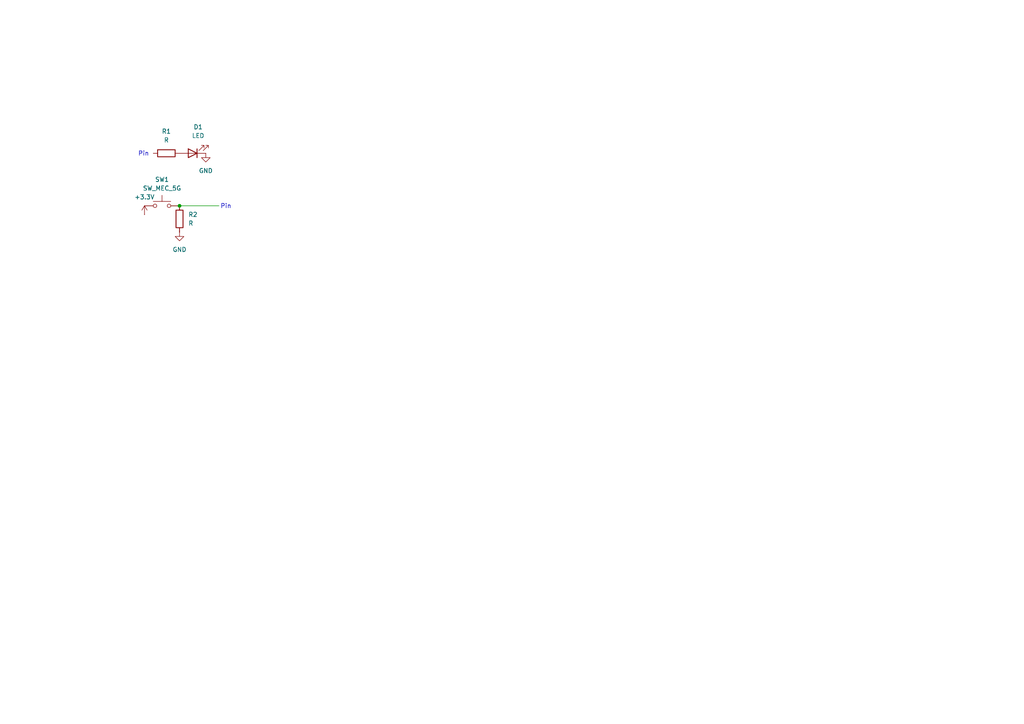
<source format=kicad_sch>
(kicad_sch (version 20231120) (generator "eeschema") (generator_version "8.0")
  (paper "A4")
  (lib_symbols
    (symbol "Device:LED" (pin_numbers hide) (pin_names (offset 1.016) hide)
      (property "Reference" "D" (at 0 2.54 0))
      (property "Value" "LED" (at 0 -2.54 0))
      (symbol "LED_0_1"
        (polyline (pts (xy -1.27 -1.27) (xy -1.27 1.27)) (stroke (width 0.254)))
        (polyline (pts (xy -1.27 0) (xy 1.27 0)))
        (polyline (pts (xy 1.27 -1.27) (xy 1.27 1.27) (xy -1.27 0) (xy 1.27 -1.27)) (stroke (width 0.254)))
        (polyline (pts (xy -3.048 -0.762) (xy -4.572 -2.286) (xy -3.81 -2.286) (xy -4.572 -2.286) (xy -4.572 -1.524)))
        (polyline (pts (xy -1.778 -0.762) (xy -3.302 -2.286) (xy -2.54 -2.286) (xy -3.302 -2.286) (xy -3.302 -1.524)))
      )
      (symbol "LED_1_1"
        (pin passive line (at -3.81 0 0) (length 2.54) (name "K") (number "1"))
        (pin passive line (at 3.81 0 180) (length 2.54) (name "A") (number "2"))
      )
    )
    (symbol "Device:R" (pin_numbers hide) (pin_names (offset 0))
      (property "Reference" "R" (at 2.032 0 90))
      (property "Value" "R" (at 0 0 90))
      (symbol "R_0_1"
        (rectangle (start -1.016 -2.54) (end 1.016 2.54) (stroke (width 0.254)))
      )
      (symbol "R_1_1"
        (pin passive line (at 0 3.81 270) (length 1.27) (name "~") (number "1"))
        (pin passive line (at 0 -3.81 90) (length 1.27) (name "~") (number "2"))
      )
    )
    (symbol "Switch:SW_MEC_5G" (pin_numbers hide) (pin_names (offset 1.016) hide)
      (property "Reference" "SW" (at 1.27 2.54 0))
      (property "Value" "SW_MEC_5G" (at 0 -1.524 0))
      (symbol "SW_MEC_5G_0_1"
        (circle (center -2.032 0) (radius 0.508))
        (polyline (pts (xy 0 1.27) (xy 0 3.048)))
        (polyline (pts (xy 2.54 1.27) (xy -2.54 1.27)))
        (circle (center 2.032 0) (radius 0.508))
        (pin passive line (at -5.08 0 0) (length 2.54) (name "A") (number "1"))
        (pin passive line (at 5.08 0 180) (length 2.54) (name "B") (number "3"))
      )
      (symbol "SW_MEC_5G_1_1"
        (pin passive line (at -5.08 0 0) (length 2.54) hide (name "A") (number "2"))
        (pin passive line (at 5.08 0 180) (length 2.54) hide (name "B") (number "4"))
      )
    )
    (symbol "power:+3.3V" (power) (pin_numbers hide) (pin_names (offset 0) hide)
      (property "Value" "+3.3V" (at 0 3.556 0))
      (symbol "+3.3V_0_1"
        (polyline (pts (xy -0.762 1.27) (xy 0 2.54)))
        (polyline (pts (xy 0 0) (xy 0 2.54)))
        (polyline (pts (xy 0 2.54) (xy 0.762 1.27)))
      )
      (symbol "+3.3V_1_1"
        (pin power_in line (at 0 0 90) (length 0) (name "~") (number "1"))
      )
    )
    (symbol "power:GND" (power) (pin_numbers hide) (pin_names (offset 0) hide)
      (property "Value" "GND" (at 0 -3.81 0))
      (symbol "GND_0_1"
        (polyline (pts (xy 0 0) (xy 0 -1.27) (xy 1.27 -1.27) (xy 0 -2.54) (xy -1.27 -1.27) (xy 0 -1.27)))
      )
      (symbol "GND_1_1"
        (pin power_in line (at 0 0 270) (length 0) (name "~") (number "1"))
      )
    )
  )
  (junction (at 52.07 59.69))
  (wire (pts (xy 49.53 59.69) (xy 52.07 59.69)))
  (wire (pts (xy 52.07 59.69) (xy 63.5 59.69)))
  (text "Pin" (at 41.656 44.704 0) (effects (font (size 1.27 1.27))))
  (text "Pin" (at 65.532 59.944 0) (effects (font (size 1.27 1.27))))
  (symbol (lib_id "Device:R") (at 52.07 63.5 0) (unit 1)
    (property "Reference" "R2" (at 54.61 62.2299 0) (effects (justify left)))
    (property "Value" "R" (at 54.61 64.7699 0) (effects (justify left)))
    (property "Description" "Resistor" (effects (hide yes)))
  )
  (symbol (lib_id "power:GND") (at 59.69 44.45 0) (unit 1)
    (property "Reference" "#PWR02" (effects (hide yes)))
    (property "Value" "GND" (at 59.69 49.53 0))
    (property "Description" "Power symbol creates a global label with name \"GND\" , ground" (effects (hide yes)))
  )
  (symbol (lib_id "power:GND") (at 52.07 67.31 0) (unit 1)
    (property "Reference" "#PWR04" (effects (hide yes)))
    (property "Value" "GND" (at 52.07 72.39 0))
    (property "Description" "Power symbol creates a global label with name \"GND\" , ground" (effects (hide yes)))
  )
  (symbol (lib_id "Switch:SW_MEC_5G") (at 46.99 59.69 0) (unit 1)
    (property "Reference" "SW1" (at 46.99 52.07 0))
    (property "Value" "SW_MEC_5G" (at 46.99 54.61 0))
    (property "Datasheet" "http://www.apem.com/int/index.php?controller=attachment&id_attachment=488" (effects (hide yes)))
    (property "Description" "MEC 5G single pole normally-open tactile switch" (effects (hide yes)))
  )
  (symbol (lib_id "Device:R") (at 48.26 44.45 270) (unit 1)
    (property "Reference" "R1" (at 48.26 38.1 90))
    (property "Value" "R" (at 48.26 40.64 90))
    (property "Description" "Resistor" (effects (hide yes)))
  )
  (symbol (lib_id "power:+3.3V") (at 41.91 62.23 0) (unit 1)
    (property "Reference" "#PWR03" (effects (hide yes)))
    (property "Value" "+3.3V" (at 41.91 57.15 0))
    (property "Description" "Power symbol creates a global label with name \"+3.3V\"" (effects (hide yes)))
  )
  (symbol (lib_id "Device:LED") (at 55.88 44.45 180) (unit 1)
    (property "Reference" "D1" (at 57.4675 36.83 0))
    (property "Value" "LED" (at 57.4675 39.37 0))
    (property "Description" "Light emitting diode" (effects (hide yes)))
  )
)
</source>
